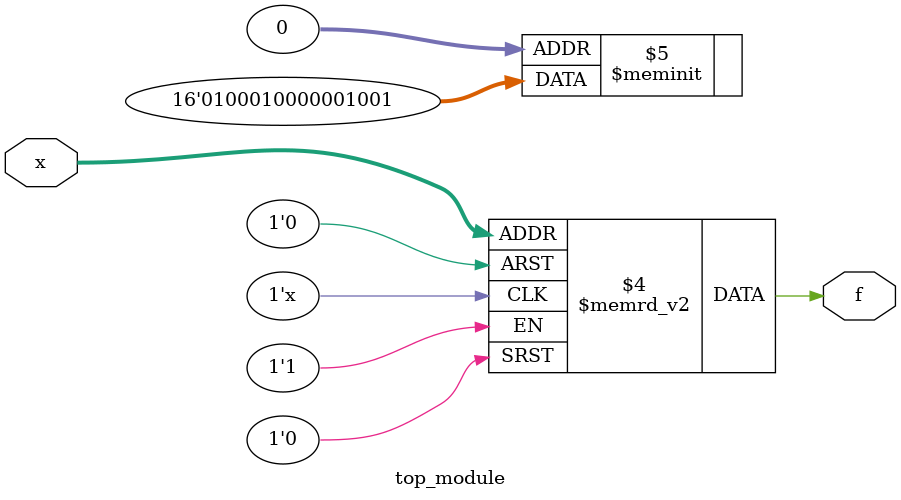
<source format=sv>
module top_module (
	input [4:1] x,
	output logic f
);
    
    always_comb begin
        case(x)
            4'b0000: f = 1'b1;
            4'b0001: f = 1'b0;
            4'b0011: f = 1'b1;
            4'b0010: f = 1'b0;
            4'b0110: f = 1'b0;
            4'b0111: f = 1'b0;
            4'b1111: f = 1'b0;
            4'b1110: f = 1'b1;
            4'b1010: f = 1'b1;
            default: f = 1'b0;
        endcase
    end
endmodule

</source>
